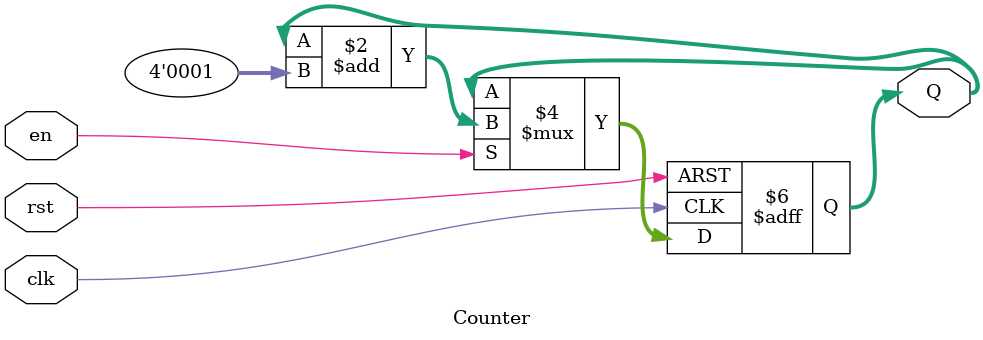
<source format=sv>
module Counter #(parameter N = 4)(input clk, rst, en,
											 output [N-1:0] Q);
											 
always_ff @(negedge clk or posedge rst)
	if (rst) Q = 4'b0000;
	else if (en) Q = Q + 4'b0001;
									
endmodule
</source>
